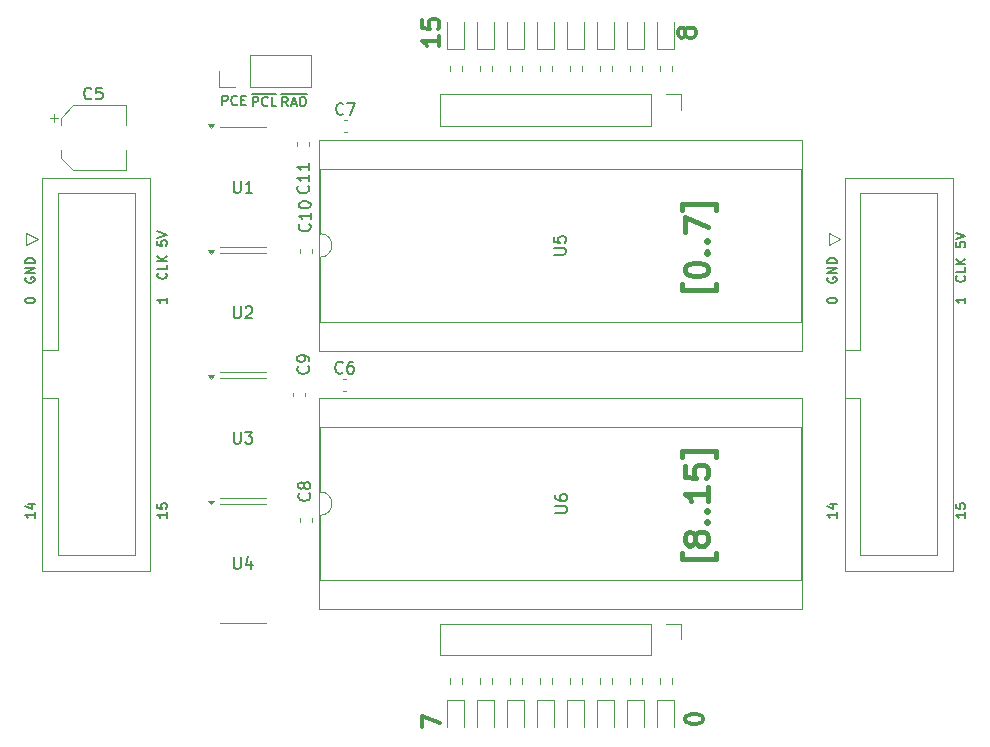
<source format=gto>
%TF.GenerationSoftware,KiCad,Pcbnew,8.0.7*%
%TF.CreationDate,2025-02-11T17:28:11+05:30*%
%TF.ProjectId,Program Counter,50726f67-7261-46d2-9043-6f756e746572,rev?*%
%TF.SameCoordinates,Original*%
%TF.FileFunction,Legend,Top*%
%TF.FilePolarity,Positive*%
%FSLAX46Y46*%
G04 Gerber Fmt 4.6, Leading zero omitted, Abs format (unit mm)*
G04 Created by KiCad (PCBNEW 8.0.7) date 2025-02-11 17:28:11*
%MOMM*%
%LPD*%
G01*
G04 APERTURE LIST*
%ADD10C,0.400000*%
%ADD11C,0.300000*%
%ADD12C,0.200000*%
%ADD13C,0.150000*%
%ADD14C,0.120000*%
G04 APERTURE END LIST*
D10*
X153189104Y-70249699D02*
X153189104Y-70725890D01*
X153189104Y-70725890D02*
X150331961Y-70725890D01*
X150331961Y-70725890D02*
X150331961Y-70249699D01*
X150522438Y-69106843D02*
X150522438Y-68916366D01*
X150522438Y-68916366D02*
X150617676Y-68725890D01*
X150617676Y-68725890D02*
X150712914Y-68630652D01*
X150712914Y-68630652D02*
X150903390Y-68535414D01*
X150903390Y-68535414D02*
X151284342Y-68440176D01*
X151284342Y-68440176D02*
X151760533Y-68440176D01*
X151760533Y-68440176D02*
X152141485Y-68535414D01*
X152141485Y-68535414D02*
X152331961Y-68630652D01*
X152331961Y-68630652D02*
X152427200Y-68725890D01*
X152427200Y-68725890D02*
X152522438Y-68916366D01*
X152522438Y-68916366D02*
X152522438Y-69106843D01*
X152522438Y-69106843D02*
X152427200Y-69297319D01*
X152427200Y-69297319D02*
X152331961Y-69392557D01*
X152331961Y-69392557D02*
X152141485Y-69487795D01*
X152141485Y-69487795D02*
X151760533Y-69583033D01*
X151760533Y-69583033D02*
X151284342Y-69583033D01*
X151284342Y-69583033D02*
X150903390Y-69487795D01*
X150903390Y-69487795D02*
X150712914Y-69392557D01*
X150712914Y-69392557D02*
X150617676Y-69297319D01*
X150617676Y-69297319D02*
X150522438Y-69106843D01*
X152331961Y-67583033D02*
X152427200Y-67487795D01*
X152427200Y-67487795D02*
X152522438Y-67583033D01*
X152522438Y-67583033D02*
X152427200Y-67678271D01*
X152427200Y-67678271D02*
X152331961Y-67583033D01*
X152331961Y-67583033D02*
X152522438Y-67583033D01*
X152331961Y-66630652D02*
X152427200Y-66535414D01*
X152427200Y-66535414D02*
X152522438Y-66630652D01*
X152522438Y-66630652D02*
X152427200Y-66725890D01*
X152427200Y-66725890D02*
X152331961Y-66630652D01*
X152331961Y-66630652D02*
X152522438Y-66630652D01*
X150522438Y-65868747D02*
X150522438Y-64535414D01*
X150522438Y-64535414D02*
X152522438Y-65392557D01*
X153189104Y-63963985D02*
X153189104Y-63487795D01*
X153189104Y-63487795D02*
X150331961Y-63487795D01*
X150331961Y-63487795D02*
X150331961Y-63963985D01*
D11*
X150593685Y-49107989D02*
X150522257Y-49250846D01*
X150522257Y-49250846D02*
X150450828Y-49322275D01*
X150450828Y-49322275D02*
X150307971Y-49393703D01*
X150307971Y-49393703D02*
X150236542Y-49393703D01*
X150236542Y-49393703D02*
X150093685Y-49322275D01*
X150093685Y-49322275D02*
X150022257Y-49250846D01*
X150022257Y-49250846D02*
X149950828Y-49107989D01*
X149950828Y-49107989D02*
X149950828Y-48822275D01*
X149950828Y-48822275D02*
X150022257Y-48679418D01*
X150022257Y-48679418D02*
X150093685Y-48607989D01*
X150093685Y-48607989D02*
X150236542Y-48536560D01*
X150236542Y-48536560D02*
X150307971Y-48536560D01*
X150307971Y-48536560D02*
X150450828Y-48607989D01*
X150450828Y-48607989D02*
X150522257Y-48679418D01*
X150522257Y-48679418D02*
X150593685Y-48822275D01*
X150593685Y-48822275D02*
X150593685Y-49107989D01*
X150593685Y-49107989D02*
X150665114Y-49250846D01*
X150665114Y-49250846D02*
X150736542Y-49322275D01*
X150736542Y-49322275D02*
X150879400Y-49393703D01*
X150879400Y-49393703D02*
X151165114Y-49393703D01*
X151165114Y-49393703D02*
X151307971Y-49322275D01*
X151307971Y-49322275D02*
X151379400Y-49250846D01*
X151379400Y-49250846D02*
X151450828Y-49107989D01*
X151450828Y-49107989D02*
X151450828Y-48822275D01*
X151450828Y-48822275D02*
X151379400Y-48679418D01*
X151379400Y-48679418D02*
X151307971Y-48607989D01*
X151307971Y-48607989D02*
X151165114Y-48536560D01*
X151165114Y-48536560D02*
X150879400Y-48536560D01*
X150879400Y-48536560D02*
X150736542Y-48607989D01*
X150736542Y-48607989D02*
X150665114Y-48679418D01*
X150665114Y-48679418D02*
X150593685Y-48822275D01*
D12*
X174291695Y-89560803D02*
X174291695Y-90017946D01*
X174291695Y-89789374D02*
X173491695Y-89789374D01*
X173491695Y-89789374D02*
X173605980Y-89865565D01*
X173605980Y-89865565D02*
X173682171Y-89941755D01*
X173682171Y-89941755D02*
X173720266Y-90017946D01*
X173491695Y-88836993D02*
X173491695Y-89217945D01*
X173491695Y-89217945D02*
X173872647Y-89256041D01*
X173872647Y-89256041D02*
X173834552Y-89217945D01*
X173834552Y-89217945D02*
X173796457Y-89141755D01*
X173796457Y-89141755D02*
X173796457Y-88951279D01*
X173796457Y-88951279D02*
X173834552Y-88875088D01*
X173834552Y-88875088D02*
X173872647Y-88836993D01*
X173872647Y-88836993D02*
X173948838Y-88798898D01*
X173948838Y-88798898D02*
X174139314Y-88798898D01*
X174139314Y-88798898D02*
X174215504Y-88836993D01*
X174215504Y-88836993D02*
X174253600Y-88875088D01*
X174253600Y-88875088D02*
X174291695Y-88951279D01*
X174291695Y-88951279D02*
X174291695Y-89141755D01*
X174291695Y-89141755D02*
X174253600Y-89217945D01*
X174253600Y-89217945D02*
X174215504Y-89256041D01*
X163391695Y-89560803D02*
X163391695Y-90017946D01*
X163391695Y-89789374D02*
X162591695Y-89789374D01*
X162591695Y-89789374D02*
X162705980Y-89865565D01*
X162705980Y-89865565D02*
X162782171Y-89941755D01*
X162782171Y-89941755D02*
X162820266Y-90017946D01*
X162858361Y-88875088D02*
X163391695Y-88875088D01*
X162553600Y-89065564D02*
X163125028Y-89256041D01*
X163125028Y-89256041D02*
X163125028Y-88760802D01*
D11*
X128285828Y-107790132D02*
X128285828Y-106790132D01*
X128285828Y-106790132D02*
X129785828Y-107432989D01*
D12*
X94691695Y-71666517D02*
X94691695Y-71590327D01*
X94691695Y-71590327D02*
X94729790Y-71514136D01*
X94729790Y-71514136D02*
X94767885Y-71476041D01*
X94767885Y-71476041D02*
X94844076Y-71437946D01*
X94844076Y-71437946D02*
X94996457Y-71399851D01*
X94996457Y-71399851D02*
X95186933Y-71399851D01*
X95186933Y-71399851D02*
X95339314Y-71437946D01*
X95339314Y-71437946D02*
X95415504Y-71476041D01*
X95415504Y-71476041D02*
X95453600Y-71514136D01*
X95453600Y-71514136D02*
X95491695Y-71590327D01*
X95491695Y-71590327D02*
X95491695Y-71666517D01*
X95491695Y-71666517D02*
X95453600Y-71742708D01*
X95453600Y-71742708D02*
X95415504Y-71780803D01*
X95415504Y-71780803D02*
X95339314Y-71818898D01*
X95339314Y-71818898D02*
X95186933Y-71856994D01*
X95186933Y-71856994D02*
X94996457Y-71856994D01*
X94996457Y-71856994D02*
X94844076Y-71818898D01*
X94844076Y-71818898D02*
X94767885Y-71780803D01*
X94767885Y-71780803D02*
X94729790Y-71742708D01*
X94729790Y-71742708D02*
X94691695Y-71666517D01*
X113968245Y-55203740D02*
X113968245Y-54403740D01*
X113968245Y-54403740D02*
X114273007Y-54403740D01*
X114273007Y-54403740D02*
X114349197Y-54441835D01*
X114349197Y-54441835D02*
X114387292Y-54479930D01*
X114387292Y-54479930D02*
X114425388Y-54556121D01*
X114425388Y-54556121D02*
X114425388Y-54670406D01*
X114425388Y-54670406D02*
X114387292Y-54746597D01*
X114387292Y-54746597D02*
X114349197Y-54784692D01*
X114349197Y-54784692D02*
X114273007Y-54822787D01*
X114273007Y-54822787D02*
X113968245Y-54822787D01*
X115225388Y-55127549D02*
X115187292Y-55165645D01*
X115187292Y-55165645D02*
X115073007Y-55203740D01*
X115073007Y-55203740D02*
X114996816Y-55203740D01*
X114996816Y-55203740D02*
X114882530Y-55165645D01*
X114882530Y-55165645D02*
X114806340Y-55089454D01*
X114806340Y-55089454D02*
X114768245Y-55013264D01*
X114768245Y-55013264D02*
X114730149Y-54860883D01*
X114730149Y-54860883D02*
X114730149Y-54746597D01*
X114730149Y-54746597D02*
X114768245Y-54594216D01*
X114768245Y-54594216D02*
X114806340Y-54518025D01*
X114806340Y-54518025D02*
X114882530Y-54441835D01*
X114882530Y-54441835D02*
X114996816Y-54403740D01*
X114996816Y-54403740D02*
X115073007Y-54403740D01*
X115073007Y-54403740D02*
X115187292Y-54441835D01*
X115187292Y-54441835D02*
X115225388Y-54479930D01*
X115949197Y-55203740D02*
X115568245Y-55203740D01*
X115568245Y-55203740D02*
X115568245Y-54403740D01*
X113857769Y-54181645D02*
X115945388Y-54181645D01*
X94729790Y-69697946D02*
X94691695Y-69774136D01*
X94691695Y-69774136D02*
X94691695Y-69888422D01*
X94691695Y-69888422D02*
X94729790Y-70002708D01*
X94729790Y-70002708D02*
X94805980Y-70078898D01*
X94805980Y-70078898D02*
X94882171Y-70116993D01*
X94882171Y-70116993D02*
X95034552Y-70155089D01*
X95034552Y-70155089D02*
X95148838Y-70155089D01*
X95148838Y-70155089D02*
X95301219Y-70116993D01*
X95301219Y-70116993D02*
X95377409Y-70078898D01*
X95377409Y-70078898D02*
X95453600Y-70002708D01*
X95453600Y-70002708D02*
X95491695Y-69888422D01*
X95491695Y-69888422D02*
X95491695Y-69812231D01*
X95491695Y-69812231D02*
X95453600Y-69697946D01*
X95453600Y-69697946D02*
X95415504Y-69659850D01*
X95415504Y-69659850D02*
X95148838Y-69659850D01*
X95148838Y-69659850D02*
X95148838Y-69812231D01*
X95491695Y-69316993D02*
X94691695Y-69316993D01*
X94691695Y-69316993D02*
X95491695Y-68859850D01*
X95491695Y-68859850D02*
X94691695Y-68859850D01*
X95491695Y-68478898D02*
X94691695Y-68478898D01*
X94691695Y-68478898D02*
X94691695Y-68288422D01*
X94691695Y-68288422D02*
X94729790Y-68174136D01*
X94729790Y-68174136D02*
X94805980Y-68097946D01*
X94805980Y-68097946D02*
X94882171Y-68059851D01*
X94882171Y-68059851D02*
X95034552Y-68021755D01*
X95034552Y-68021755D02*
X95148838Y-68021755D01*
X95148838Y-68021755D02*
X95301219Y-68059851D01*
X95301219Y-68059851D02*
X95377409Y-68097946D01*
X95377409Y-68097946D02*
X95453600Y-68174136D01*
X95453600Y-68174136D02*
X95491695Y-68288422D01*
X95491695Y-68288422D02*
X95491695Y-68478898D01*
X95491695Y-89560803D02*
X95491695Y-90017946D01*
X95491695Y-89789374D02*
X94691695Y-89789374D01*
X94691695Y-89789374D02*
X94805980Y-89865565D01*
X94805980Y-89865565D02*
X94882171Y-89941755D01*
X94882171Y-89941755D02*
X94920266Y-90017946D01*
X94958361Y-88875088D02*
X95491695Y-88875088D01*
X94653600Y-89065564D02*
X95225028Y-89256041D01*
X95225028Y-89256041D02*
X95225028Y-88760802D01*
X173491695Y-66700803D02*
X173491695Y-67081755D01*
X173491695Y-67081755D02*
X173872647Y-67119851D01*
X173872647Y-67119851D02*
X173834552Y-67081755D01*
X173834552Y-67081755D02*
X173796457Y-67005565D01*
X173796457Y-67005565D02*
X173796457Y-66815089D01*
X173796457Y-66815089D02*
X173834552Y-66738898D01*
X173834552Y-66738898D02*
X173872647Y-66700803D01*
X173872647Y-66700803D02*
X173948838Y-66662708D01*
X173948838Y-66662708D02*
X174139314Y-66662708D01*
X174139314Y-66662708D02*
X174215504Y-66700803D01*
X174215504Y-66700803D02*
X174253600Y-66738898D01*
X174253600Y-66738898D02*
X174291695Y-66815089D01*
X174291695Y-66815089D02*
X174291695Y-67005565D01*
X174291695Y-67005565D02*
X174253600Y-67081755D01*
X174253600Y-67081755D02*
X174215504Y-67119851D01*
X173491695Y-66434136D02*
X174291695Y-66167469D01*
X174291695Y-66167469D02*
X173491695Y-65900803D01*
D11*
X150595828Y-107146560D02*
X150595828Y-107003703D01*
X150595828Y-107003703D02*
X150667257Y-106860846D01*
X150667257Y-106860846D02*
X150738685Y-106789418D01*
X150738685Y-106789418D02*
X150881542Y-106717989D01*
X150881542Y-106717989D02*
X151167257Y-106646560D01*
X151167257Y-106646560D02*
X151524400Y-106646560D01*
X151524400Y-106646560D02*
X151810114Y-106717989D01*
X151810114Y-106717989D02*
X151952971Y-106789418D01*
X151952971Y-106789418D02*
X152024400Y-106860846D01*
X152024400Y-106860846D02*
X152095828Y-107003703D01*
X152095828Y-107003703D02*
X152095828Y-107146560D01*
X152095828Y-107146560D02*
X152024400Y-107289418D01*
X152024400Y-107289418D02*
X151952971Y-107360846D01*
X151952971Y-107360846D02*
X151810114Y-107432275D01*
X151810114Y-107432275D02*
X151524400Y-107503703D01*
X151524400Y-107503703D02*
X151167257Y-107503703D01*
X151167257Y-107503703D02*
X150881542Y-107432275D01*
X150881542Y-107432275D02*
X150738685Y-107360846D01*
X150738685Y-107360846D02*
X150667257Y-107289418D01*
X150667257Y-107289418D02*
X150595828Y-107146560D01*
D12*
X106691695Y-71399851D02*
X106691695Y-71856994D01*
X106691695Y-71628422D02*
X105891695Y-71628422D01*
X105891695Y-71628422D02*
X106005980Y-71704613D01*
X106005980Y-71704613D02*
X106082171Y-71780803D01*
X106082171Y-71780803D02*
X106120266Y-71856994D01*
X105891695Y-66596993D02*
X105891695Y-66977945D01*
X105891695Y-66977945D02*
X106272647Y-67016041D01*
X106272647Y-67016041D02*
X106234552Y-66977945D01*
X106234552Y-66977945D02*
X106196457Y-66901755D01*
X106196457Y-66901755D02*
X106196457Y-66711279D01*
X106196457Y-66711279D02*
X106234552Y-66635088D01*
X106234552Y-66635088D02*
X106272647Y-66596993D01*
X106272647Y-66596993D02*
X106348838Y-66558898D01*
X106348838Y-66558898D02*
X106539314Y-66558898D01*
X106539314Y-66558898D02*
X106615504Y-66596993D01*
X106615504Y-66596993D02*
X106653600Y-66635088D01*
X106653600Y-66635088D02*
X106691695Y-66711279D01*
X106691695Y-66711279D02*
X106691695Y-66901755D01*
X106691695Y-66901755D02*
X106653600Y-66977945D01*
X106653600Y-66977945D02*
X106615504Y-67016041D01*
X105891695Y-66330326D02*
X106691695Y-66063659D01*
X106691695Y-66063659D02*
X105891695Y-65796993D01*
X162591695Y-71666517D02*
X162591695Y-71590327D01*
X162591695Y-71590327D02*
X162629790Y-71514136D01*
X162629790Y-71514136D02*
X162667885Y-71476041D01*
X162667885Y-71476041D02*
X162744076Y-71437946D01*
X162744076Y-71437946D02*
X162896457Y-71399851D01*
X162896457Y-71399851D02*
X163086933Y-71399851D01*
X163086933Y-71399851D02*
X163239314Y-71437946D01*
X163239314Y-71437946D02*
X163315504Y-71476041D01*
X163315504Y-71476041D02*
X163353600Y-71514136D01*
X163353600Y-71514136D02*
X163391695Y-71590327D01*
X163391695Y-71590327D02*
X163391695Y-71666517D01*
X163391695Y-71666517D02*
X163353600Y-71742708D01*
X163353600Y-71742708D02*
X163315504Y-71780803D01*
X163315504Y-71780803D02*
X163239314Y-71818898D01*
X163239314Y-71818898D02*
X163086933Y-71856994D01*
X163086933Y-71856994D02*
X162896457Y-71856994D01*
X162896457Y-71856994D02*
X162744076Y-71818898D01*
X162744076Y-71818898D02*
X162667885Y-71780803D01*
X162667885Y-71780803D02*
X162629790Y-71742708D01*
X162629790Y-71742708D02*
X162591695Y-71666517D01*
X174291695Y-71399851D02*
X174291695Y-71856994D01*
X174291695Y-71628422D02*
X173491695Y-71628422D01*
X173491695Y-71628422D02*
X173605980Y-71704613D01*
X173605980Y-71704613D02*
X173682171Y-71780803D01*
X173682171Y-71780803D02*
X173720266Y-71856994D01*
X106615504Y-69320802D02*
X106653600Y-69358898D01*
X106653600Y-69358898D02*
X106691695Y-69473183D01*
X106691695Y-69473183D02*
X106691695Y-69549374D01*
X106691695Y-69549374D02*
X106653600Y-69663660D01*
X106653600Y-69663660D02*
X106577409Y-69739850D01*
X106577409Y-69739850D02*
X106501219Y-69777945D01*
X106501219Y-69777945D02*
X106348838Y-69816041D01*
X106348838Y-69816041D02*
X106234552Y-69816041D01*
X106234552Y-69816041D02*
X106082171Y-69777945D01*
X106082171Y-69777945D02*
X106005980Y-69739850D01*
X106005980Y-69739850D02*
X105929790Y-69663660D01*
X105929790Y-69663660D02*
X105891695Y-69549374D01*
X105891695Y-69549374D02*
X105891695Y-69473183D01*
X105891695Y-69473183D02*
X105929790Y-69358898D01*
X105929790Y-69358898D02*
X105967885Y-69320802D01*
X106691695Y-68596993D02*
X106691695Y-68977945D01*
X106691695Y-68977945D02*
X105891695Y-68977945D01*
X106691695Y-68330326D02*
X105891695Y-68330326D01*
X106691695Y-67873183D02*
X106234552Y-68216041D01*
X105891695Y-67873183D02*
X106348838Y-68330326D01*
D11*
X129765828Y-49250845D02*
X129765828Y-50107988D01*
X129765828Y-49679417D02*
X128265828Y-49679417D01*
X128265828Y-49679417D02*
X128480114Y-49822274D01*
X128480114Y-49822274D02*
X128622971Y-49965131D01*
X128622971Y-49965131D02*
X128694400Y-50107988D01*
X128265828Y-47893703D02*
X128265828Y-48607989D01*
X128265828Y-48607989D02*
X128980114Y-48679417D01*
X128980114Y-48679417D02*
X128908685Y-48607989D01*
X128908685Y-48607989D02*
X128837257Y-48465132D01*
X128837257Y-48465132D02*
X128837257Y-48107989D01*
X128837257Y-48107989D02*
X128908685Y-47965132D01*
X128908685Y-47965132D02*
X128980114Y-47893703D01*
X128980114Y-47893703D02*
X129122971Y-47822274D01*
X129122971Y-47822274D02*
X129480114Y-47822274D01*
X129480114Y-47822274D02*
X129622971Y-47893703D01*
X129622971Y-47893703D02*
X129694400Y-47965132D01*
X129694400Y-47965132D02*
X129765828Y-48107989D01*
X129765828Y-48107989D02*
X129765828Y-48465132D01*
X129765828Y-48465132D02*
X129694400Y-48607989D01*
X129694400Y-48607989D02*
X129622971Y-48679417D01*
D12*
X116927293Y-55208362D02*
X116660626Y-54827409D01*
X116470150Y-55208362D02*
X116470150Y-54408362D01*
X116470150Y-54408362D02*
X116774912Y-54408362D01*
X116774912Y-54408362D02*
X116851102Y-54446457D01*
X116851102Y-54446457D02*
X116889197Y-54484552D01*
X116889197Y-54484552D02*
X116927293Y-54560743D01*
X116927293Y-54560743D02*
X116927293Y-54675028D01*
X116927293Y-54675028D02*
X116889197Y-54751219D01*
X116889197Y-54751219D02*
X116851102Y-54789314D01*
X116851102Y-54789314D02*
X116774912Y-54827409D01*
X116774912Y-54827409D02*
X116470150Y-54827409D01*
X117232054Y-54979790D02*
X117613007Y-54979790D01*
X117155864Y-55208362D02*
X117422531Y-54408362D01*
X117422531Y-54408362D02*
X117689197Y-55208362D01*
X118108245Y-54408362D02*
X118260626Y-54408362D01*
X118260626Y-54408362D02*
X118336816Y-54446457D01*
X118336816Y-54446457D02*
X118413007Y-54522647D01*
X118413007Y-54522647D02*
X118451102Y-54675028D01*
X118451102Y-54675028D02*
X118451102Y-54941695D01*
X118451102Y-54941695D02*
X118413007Y-55094076D01*
X118413007Y-55094076D02*
X118336816Y-55170267D01*
X118336816Y-55170267D02*
X118260626Y-55208362D01*
X118260626Y-55208362D02*
X118108245Y-55208362D01*
X118108245Y-55208362D02*
X118032054Y-55170267D01*
X118032054Y-55170267D02*
X117955864Y-55094076D01*
X117955864Y-55094076D02*
X117917768Y-54941695D01*
X117917768Y-54941695D02*
X117917768Y-54675028D01*
X117917768Y-54675028D02*
X117955864Y-54522647D01*
X117955864Y-54522647D02*
X118032054Y-54446457D01*
X118032054Y-54446457D02*
X118108245Y-54408362D01*
X116359674Y-54186267D02*
X118523483Y-54186267D01*
D10*
X153189104Y-93062080D02*
X153189104Y-93538271D01*
X153189104Y-93538271D02*
X150331961Y-93538271D01*
X150331961Y-93538271D02*
X150331961Y-93062080D01*
X151379580Y-92014462D02*
X151284342Y-92204938D01*
X151284342Y-92204938D02*
X151189104Y-92300176D01*
X151189104Y-92300176D02*
X150998628Y-92395414D01*
X150998628Y-92395414D02*
X150903390Y-92395414D01*
X150903390Y-92395414D02*
X150712914Y-92300176D01*
X150712914Y-92300176D02*
X150617676Y-92204938D01*
X150617676Y-92204938D02*
X150522438Y-92014462D01*
X150522438Y-92014462D02*
X150522438Y-91633509D01*
X150522438Y-91633509D02*
X150617676Y-91443033D01*
X150617676Y-91443033D02*
X150712914Y-91347795D01*
X150712914Y-91347795D02*
X150903390Y-91252557D01*
X150903390Y-91252557D02*
X150998628Y-91252557D01*
X150998628Y-91252557D02*
X151189104Y-91347795D01*
X151189104Y-91347795D02*
X151284342Y-91443033D01*
X151284342Y-91443033D02*
X151379580Y-91633509D01*
X151379580Y-91633509D02*
X151379580Y-92014462D01*
X151379580Y-92014462D02*
X151474819Y-92204938D01*
X151474819Y-92204938D02*
X151570057Y-92300176D01*
X151570057Y-92300176D02*
X151760533Y-92395414D01*
X151760533Y-92395414D02*
X152141485Y-92395414D01*
X152141485Y-92395414D02*
X152331961Y-92300176D01*
X152331961Y-92300176D02*
X152427200Y-92204938D01*
X152427200Y-92204938D02*
X152522438Y-92014462D01*
X152522438Y-92014462D02*
X152522438Y-91633509D01*
X152522438Y-91633509D02*
X152427200Y-91443033D01*
X152427200Y-91443033D02*
X152331961Y-91347795D01*
X152331961Y-91347795D02*
X152141485Y-91252557D01*
X152141485Y-91252557D02*
X151760533Y-91252557D01*
X151760533Y-91252557D02*
X151570057Y-91347795D01*
X151570057Y-91347795D02*
X151474819Y-91443033D01*
X151474819Y-91443033D02*
X151379580Y-91633509D01*
X152331961Y-90395414D02*
X152427200Y-90300176D01*
X152427200Y-90300176D02*
X152522438Y-90395414D01*
X152522438Y-90395414D02*
X152427200Y-90490652D01*
X152427200Y-90490652D02*
X152331961Y-90395414D01*
X152331961Y-90395414D02*
X152522438Y-90395414D01*
X152331961Y-89443033D02*
X152427200Y-89347795D01*
X152427200Y-89347795D02*
X152522438Y-89443033D01*
X152522438Y-89443033D02*
X152427200Y-89538271D01*
X152427200Y-89538271D02*
X152331961Y-89443033D01*
X152331961Y-89443033D02*
X152522438Y-89443033D01*
X152522438Y-87443033D02*
X152522438Y-88585890D01*
X152522438Y-88014462D02*
X150522438Y-88014462D01*
X150522438Y-88014462D02*
X150808152Y-88204938D01*
X150808152Y-88204938D02*
X150998628Y-88395414D01*
X150998628Y-88395414D02*
X151093866Y-88585890D01*
X150522438Y-85633509D02*
X150522438Y-86585890D01*
X150522438Y-86585890D02*
X151474819Y-86681128D01*
X151474819Y-86681128D02*
X151379580Y-86585890D01*
X151379580Y-86585890D02*
X151284342Y-86395414D01*
X151284342Y-86395414D02*
X151284342Y-85919223D01*
X151284342Y-85919223D02*
X151379580Y-85728747D01*
X151379580Y-85728747D02*
X151474819Y-85633509D01*
X151474819Y-85633509D02*
X151665295Y-85538271D01*
X151665295Y-85538271D02*
X152141485Y-85538271D01*
X152141485Y-85538271D02*
X152331961Y-85633509D01*
X152331961Y-85633509D02*
X152427200Y-85728747D01*
X152427200Y-85728747D02*
X152522438Y-85919223D01*
X152522438Y-85919223D02*
X152522438Y-86395414D01*
X152522438Y-86395414D02*
X152427200Y-86585890D01*
X152427200Y-86585890D02*
X152331961Y-86681128D01*
X153189104Y-84871604D02*
X153189104Y-84395414D01*
X153189104Y-84395414D02*
X150331961Y-84395414D01*
X150331961Y-84395414D02*
X150331961Y-84871604D01*
D12*
X111390149Y-55091695D02*
X111390149Y-54291695D01*
X111390149Y-54291695D02*
X111694911Y-54291695D01*
X111694911Y-54291695D02*
X111771101Y-54329790D01*
X111771101Y-54329790D02*
X111809196Y-54367885D01*
X111809196Y-54367885D02*
X111847292Y-54444076D01*
X111847292Y-54444076D02*
X111847292Y-54558361D01*
X111847292Y-54558361D02*
X111809196Y-54634552D01*
X111809196Y-54634552D02*
X111771101Y-54672647D01*
X111771101Y-54672647D02*
X111694911Y-54710742D01*
X111694911Y-54710742D02*
X111390149Y-54710742D01*
X112647292Y-55015504D02*
X112609196Y-55053600D01*
X112609196Y-55053600D02*
X112494911Y-55091695D01*
X112494911Y-55091695D02*
X112418720Y-55091695D01*
X112418720Y-55091695D02*
X112304434Y-55053600D01*
X112304434Y-55053600D02*
X112228244Y-54977409D01*
X112228244Y-54977409D02*
X112190149Y-54901219D01*
X112190149Y-54901219D02*
X112152053Y-54748838D01*
X112152053Y-54748838D02*
X112152053Y-54634552D01*
X112152053Y-54634552D02*
X112190149Y-54482171D01*
X112190149Y-54482171D02*
X112228244Y-54405980D01*
X112228244Y-54405980D02*
X112304434Y-54329790D01*
X112304434Y-54329790D02*
X112418720Y-54291695D01*
X112418720Y-54291695D02*
X112494911Y-54291695D01*
X112494911Y-54291695D02*
X112609196Y-54329790D01*
X112609196Y-54329790D02*
X112647292Y-54367885D01*
X112990149Y-54672647D02*
X113256815Y-54672647D01*
X113371101Y-55091695D02*
X112990149Y-55091695D01*
X112990149Y-55091695D02*
X112990149Y-54291695D01*
X112990149Y-54291695D02*
X113371101Y-54291695D01*
X106691695Y-89560803D02*
X106691695Y-90017946D01*
X106691695Y-89789374D02*
X105891695Y-89789374D01*
X105891695Y-89789374D02*
X106005980Y-89865565D01*
X106005980Y-89865565D02*
X106082171Y-89941755D01*
X106082171Y-89941755D02*
X106120266Y-90017946D01*
X105891695Y-88836993D02*
X105891695Y-89217945D01*
X105891695Y-89217945D02*
X106272647Y-89256041D01*
X106272647Y-89256041D02*
X106234552Y-89217945D01*
X106234552Y-89217945D02*
X106196457Y-89141755D01*
X106196457Y-89141755D02*
X106196457Y-88951279D01*
X106196457Y-88951279D02*
X106234552Y-88875088D01*
X106234552Y-88875088D02*
X106272647Y-88836993D01*
X106272647Y-88836993D02*
X106348838Y-88798898D01*
X106348838Y-88798898D02*
X106539314Y-88798898D01*
X106539314Y-88798898D02*
X106615504Y-88836993D01*
X106615504Y-88836993D02*
X106653600Y-88875088D01*
X106653600Y-88875088D02*
X106691695Y-88951279D01*
X106691695Y-88951279D02*
X106691695Y-89141755D01*
X106691695Y-89141755D02*
X106653600Y-89217945D01*
X106653600Y-89217945D02*
X106615504Y-89256041D01*
X174215504Y-69564612D02*
X174253600Y-69602708D01*
X174253600Y-69602708D02*
X174291695Y-69716993D01*
X174291695Y-69716993D02*
X174291695Y-69793184D01*
X174291695Y-69793184D02*
X174253600Y-69907470D01*
X174253600Y-69907470D02*
X174177409Y-69983660D01*
X174177409Y-69983660D02*
X174101219Y-70021755D01*
X174101219Y-70021755D02*
X173948838Y-70059851D01*
X173948838Y-70059851D02*
X173834552Y-70059851D01*
X173834552Y-70059851D02*
X173682171Y-70021755D01*
X173682171Y-70021755D02*
X173605980Y-69983660D01*
X173605980Y-69983660D02*
X173529790Y-69907470D01*
X173529790Y-69907470D02*
X173491695Y-69793184D01*
X173491695Y-69793184D02*
X173491695Y-69716993D01*
X173491695Y-69716993D02*
X173529790Y-69602708D01*
X173529790Y-69602708D02*
X173567885Y-69564612D01*
X174291695Y-68840803D02*
X174291695Y-69221755D01*
X174291695Y-69221755D02*
X173491695Y-69221755D01*
X174291695Y-68574136D02*
X173491695Y-68574136D01*
X174291695Y-68116993D02*
X173834552Y-68459851D01*
X173491695Y-68116993D02*
X173948838Y-68574136D01*
X162629790Y-69697946D02*
X162591695Y-69774136D01*
X162591695Y-69774136D02*
X162591695Y-69888422D01*
X162591695Y-69888422D02*
X162629790Y-70002708D01*
X162629790Y-70002708D02*
X162705980Y-70078898D01*
X162705980Y-70078898D02*
X162782171Y-70116993D01*
X162782171Y-70116993D02*
X162934552Y-70155089D01*
X162934552Y-70155089D02*
X163048838Y-70155089D01*
X163048838Y-70155089D02*
X163201219Y-70116993D01*
X163201219Y-70116993D02*
X163277409Y-70078898D01*
X163277409Y-70078898D02*
X163353600Y-70002708D01*
X163353600Y-70002708D02*
X163391695Y-69888422D01*
X163391695Y-69888422D02*
X163391695Y-69812231D01*
X163391695Y-69812231D02*
X163353600Y-69697946D01*
X163353600Y-69697946D02*
X163315504Y-69659850D01*
X163315504Y-69659850D02*
X163048838Y-69659850D01*
X163048838Y-69659850D02*
X163048838Y-69812231D01*
X163391695Y-69316993D02*
X162591695Y-69316993D01*
X162591695Y-69316993D02*
X163391695Y-68859850D01*
X163391695Y-68859850D02*
X162591695Y-68859850D01*
X163391695Y-68478898D02*
X162591695Y-68478898D01*
X162591695Y-68478898D02*
X162591695Y-68288422D01*
X162591695Y-68288422D02*
X162629790Y-68174136D01*
X162629790Y-68174136D02*
X162705980Y-68097946D01*
X162705980Y-68097946D02*
X162782171Y-68059851D01*
X162782171Y-68059851D02*
X162934552Y-68021755D01*
X162934552Y-68021755D02*
X163048838Y-68021755D01*
X163048838Y-68021755D02*
X163201219Y-68059851D01*
X163201219Y-68059851D02*
X163277409Y-68097946D01*
X163277409Y-68097946D02*
X163353600Y-68174136D01*
X163353600Y-68174136D02*
X163391695Y-68288422D01*
X163391695Y-68288422D02*
X163391695Y-68478898D01*
D13*
X100283333Y-54529580D02*
X100235714Y-54577200D01*
X100235714Y-54577200D02*
X100092857Y-54624819D01*
X100092857Y-54624819D02*
X99997619Y-54624819D01*
X99997619Y-54624819D02*
X99854762Y-54577200D01*
X99854762Y-54577200D02*
X99759524Y-54481961D01*
X99759524Y-54481961D02*
X99711905Y-54386723D01*
X99711905Y-54386723D02*
X99664286Y-54196247D01*
X99664286Y-54196247D02*
X99664286Y-54053390D01*
X99664286Y-54053390D02*
X99711905Y-53862914D01*
X99711905Y-53862914D02*
X99759524Y-53767676D01*
X99759524Y-53767676D02*
X99854762Y-53672438D01*
X99854762Y-53672438D02*
X99997619Y-53624819D01*
X99997619Y-53624819D02*
X100092857Y-53624819D01*
X100092857Y-53624819D02*
X100235714Y-53672438D01*
X100235714Y-53672438D02*
X100283333Y-53720057D01*
X101188095Y-53624819D02*
X100711905Y-53624819D01*
X100711905Y-53624819D02*
X100664286Y-54101009D01*
X100664286Y-54101009D02*
X100711905Y-54053390D01*
X100711905Y-54053390D02*
X100807143Y-54005771D01*
X100807143Y-54005771D02*
X101045238Y-54005771D01*
X101045238Y-54005771D02*
X101140476Y-54053390D01*
X101140476Y-54053390D02*
X101188095Y-54101009D01*
X101188095Y-54101009D02*
X101235714Y-54196247D01*
X101235714Y-54196247D02*
X101235714Y-54434342D01*
X101235714Y-54434342D02*
X101188095Y-54529580D01*
X101188095Y-54529580D02*
X101140476Y-54577200D01*
X101140476Y-54577200D02*
X101045238Y-54624819D01*
X101045238Y-54624819D02*
X100807143Y-54624819D01*
X100807143Y-54624819D02*
X100711905Y-54577200D01*
X100711905Y-54577200D02*
X100664286Y-54529580D01*
X121633333Y-55829580D02*
X121585714Y-55877200D01*
X121585714Y-55877200D02*
X121442857Y-55924819D01*
X121442857Y-55924819D02*
X121347619Y-55924819D01*
X121347619Y-55924819D02*
X121204762Y-55877200D01*
X121204762Y-55877200D02*
X121109524Y-55781961D01*
X121109524Y-55781961D02*
X121061905Y-55686723D01*
X121061905Y-55686723D02*
X121014286Y-55496247D01*
X121014286Y-55496247D02*
X121014286Y-55353390D01*
X121014286Y-55353390D02*
X121061905Y-55162914D01*
X121061905Y-55162914D02*
X121109524Y-55067676D01*
X121109524Y-55067676D02*
X121204762Y-54972438D01*
X121204762Y-54972438D02*
X121347619Y-54924819D01*
X121347619Y-54924819D02*
X121442857Y-54924819D01*
X121442857Y-54924819D02*
X121585714Y-54972438D01*
X121585714Y-54972438D02*
X121633333Y-55020057D01*
X121966667Y-54924819D02*
X122633333Y-54924819D01*
X122633333Y-54924819D02*
X122204762Y-55924819D01*
X118629580Y-61932857D02*
X118677200Y-61980476D01*
X118677200Y-61980476D02*
X118724819Y-62123333D01*
X118724819Y-62123333D02*
X118724819Y-62218571D01*
X118724819Y-62218571D02*
X118677200Y-62361428D01*
X118677200Y-62361428D02*
X118581961Y-62456666D01*
X118581961Y-62456666D02*
X118486723Y-62504285D01*
X118486723Y-62504285D02*
X118296247Y-62551904D01*
X118296247Y-62551904D02*
X118153390Y-62551904D01*
X118153390Y-62551904D02*
X117962914Y-62504285D01*
X117962914Y-62504285D02*
X117867676Y-62456666D01*
X117867676Y-62456666D02*
X117772438Y-62361428D01*
X117772438Y-62361428D02*
X117724819Y-62218571D01*
X117724819Y-62218571D02*
X117724819Y-62123333D01*
X117724819Y-62123333D02*
X117772438Y-61980476D01*
X117772438Y-61980476D02*
X117820057Y-61932857D01*
X118724819Y-60980476D02*
X118724819Y-61551904D01*
X118724819Y-61266190D02*
X117724819Y-61266190D01*
X117724819Y-61266190D02*
X117867676Y-61361428D01*
X117867676Y-61361428D02*
X117962914Y-61456666D01*
X117962914Y-61456666D02*
X118010533Y-61551904D01*
X118724819Y-60028095D02*
X118724819Y-60599523D01*
X118724819Y-60313809D02*
X117724819Y-60313809D01*
X117724819Y-60313809D02*
X117867676Y-60409047D01*
X117867676Y-60409047D02*
X117962914Y-60504285D01*
X117962914Y-60504285D02*
X118010533Y-60599523D01*
X112363095Y-82756519D02*
X112363095Y-83566042D01*
X112363095Y-83566042D02*
X112410714Y-83661280D01*
X112410714Y-83661280D02*
X112458333Y-83708900D01*
X112458333Y-83708900D02*
X112553571Y-83756519D01*
X112553571Y-83756519D02*
X112744047Y-83756519D01*
X112744047Y-83756519D02*
X112839285Y-83708900D01*
X112839285Y-83708900D02*
X112886904Y-83661280D01*
X112886904Y-83661280D02*
X112934523Y-83566042D01*
X112934523Y-83566042D02*
X112934523Y-82756519D01*
X113315476Y-82756519D02*
X113934523Y-82756519D01*
X113934523Y-82756519D02*
X113601190Y-83137471D01*
X113601190Y-83137471D02*
X113744047Y-83137471D01*
X113744047Y-83137471D02*
X113839285Y-83185090D01*
X113839285Y-83185090D02*
X113886904Y-83232709D01*
X113886904Y-83232709D02*
X113934523Y-83327947D01*
X113934523Y-83327947D02*
X113934523Y-83566042D01*
X113934523Y-83566042D02*
X113886904Y-83661280D01*
X113886904Y-83661280D02*
X113839285Y-83708900D01*
X113839285Y-83708900D02*
X113744047Y-83756519D01*
X113744047Y-83756519D02*
X113458333Y-83756519D01*
X113458333Y-83756519D02*
X113363095Y-83708900D01*
X113363095Y-83708900D02*
X113315476Y-83661280D01*
X121568333Y-77729580D02*
X121520714Y-77777200D01*
X121520714Y-77777200D02*
X121377857Y-77824819D01*
X121377857Y-77824819D02*
X121282619Y-77824819D01*
X121282619Y-77824819D02*
X121139762Y-77777200D01*
X121139762Y-77777200D02*
X121044524Y-77681961D01*
X121044524Y-77681961D02*
X120996905Y-77586723D01*
X120996905Y-77586723D02*
X120949286Y-77396247D01*
X120949286Y-77396247D02*
X120949286Y-77253390D01*
X120949286Y-77253390D02*
X120996905Y-77062914D01*
X120996905Y-77062914D02*
X121044524Y-76967676D01*
X121044524Y-76967676D02*
X121139762Y-76872438D01*
X121139762Y-76872438D02*
X121282619Y-76824819D01*
X121282619Y-76824819D02*
X121377857Y-76824819D01*
X121377857Y-76824819D02*
X121520714Y-76872438D01*
X121520714Y-76872438D02*
X121568333Y-76920057D01*
X122425476Y-76824819D02*
X122235000Y-76824819D01*
X122235000Y-76824819D02*
X122139762Y-76872438D01*
X122139762Y-76872438D02*
X122092143Y-76920057D01*
X122092143Y-76920057D02*
X121996905Y-77062914D01*
X121996905Y-77062914D02*
X121949286Y-77253390D01*
X121949286Y-77253390D02*
X121949286Y-77634342D01*
X121949286Y-77634342D02*
X121996905Y-77729580D01*
X121996905Y-77729580D02*
X122044524Y-77777200D01*
X122044524Y-77777200D02*
X122139762Y-77824819D01*
X122139762Y-77824819D02*
X122330238Y-77824819D01*
X122330238Y-77824819D02*
X122425476Y-77777200D01*
X122425476Y-77777200D02*
X122473095Y-77729580D01*
X122473095Y-77729580D02*
X122520714Y-77634342D01*
X122520714Y-77634342D02*
X122520714Y-77396247D01*
X122520714Y-77396247D02*
X122473095Y-77301009D01*
X122473095Y-77301009D02*
X122425476Y-77253390D01*
X122425476Y-77253390D02*
X122330238Y-77205771D01*
X122330238Y-77205771D02*
X122139762Y-77205771D01*
X122139762Y-77205771D02*
X122044524Y-77253390D01*
X122044524Y-77253390D02*
X121996905Y-77301009D01*
X121996905Y-77301009D02*
X121949286Y-77396247D01*
X112358095Y-61513219D02*
X112358095Y-62322742D01*
X112358095Y-62322742D02*
X112405714Y-62417980D01*
X112405714Y-62417980D02*
X112453333Y-62465600D01*
X112453333Y-62465600D02*
X112548571Y-62513219D01*
X112548571Y-62513219D02*
X112739047Y-62513219D01*
X112739047Y-62513219D02*
X112834285Y-62465600D01*
X112834285Y-62465600D02*
X112881904Y-62417980D01*
X112881904Y-62417980D02*
X112929523Y-62322742D01*
X112929523Y-62322742D02*
X112929523Y-61513219D01*
X113929523Y-62513219D02*
X113358095Y-62513219D01*
X113643809Y-62513219D02*
X113643809Y-61513219D01*
X113643809Y-61513219D02*
X113548571Y-61656076D01*
X113548571Y-61656076D02*
X113453333Y-61751314D01*
X113453333Y-61751314D02*
X113358095Y-61798933D01*
X139454819Y-67761904D02*
X140264342Y-67761904D01*
X140264342Y-67761904D02*
X140359580Y-67714285D01*
X140359580Y-67714285D02*
X140407200Y-67666666D01*
X140407200Y-67666666D02*
X140454819Y-67571428D01*
X140454819Y-67571428D02*
X140454819Y-67380952D01*
X140454819Y-67380952D02*
X140407200Y-67285714D01*
X140407200Y-67285714D02*
X140359580Y-67238095D01*
X140359580Y-67238095D02*
X140264342Y-67190476D01*
X140264342Y-67190476D02*
X139454819Y-67190476D01*
X139454819Y-66238095D02*
X139454819Y-66714285D01*
X139454819Y-66714285D02*
X139931009Y-66761904D01*
X139931009Y-66761904D02*
X139883390Y-66714285D01*
X139883390Y-66714285D02*
X139835771Y-66619047D01*
X139835771Y-66619047D02*
X139835771Y-66380952D01*
X139835771Y-66380952D02*
X139883390Y-66285714D01*
X139883390Y-66285714D02*
X139931009Y-66238095D01*
X139931009Y-66238095D02*
X140026247Y-66190476D01*
X140026247Y-66190476D02*
X140264342Y-66190476D01*
X140264342Y-66190476D02*
X140359580Y-66238095D01*
X140359580Y-66238095D02*
X140407200Y-66285714D01*
X140407200Y-66285714D02*
X140454819Y-66380952D01*
X140454819Y-66380952D02*
X140454819Y-66619047D01*
X140454819Y-66619047D02*
X140407200Y-66714285D01*
X140407200Y-66714285D02*
X140359580Y-66761904D01*
X139554819Y-89616904D02*
X140364342Y-89616904D01*
X140364342Y-89616904D02*
X140459580Y-89569285D01*
X140459580Y-89569285D02*
X140507200Y-89521666D01*
X140507200Y-89521666D02*
X140554819Y-89426428D01*
X140554819Y-89426428D02*
X140554819Y-89235952D01*
X140554819Y-89235952D02*
X140507200Y-89140714D01*
X140507200Y-89140714D02*
X140459580Y-89093095D01*
X140459580Y-89093095D02*
X140364342Y-89045476D01*
X140364342Y-89045476D02*
X139554819Y-89045476D01*
X139554819Y-88140714D02*
X139554819Y-88331190D01*
X139554819Y-88331190D02*
X139602438Y-88426428D01*
X139602438Y-88426428D02*
X139650057Y-88474047D01*
X139650057Y-88474047D02*
X139792914Y-88569285D01*
X139792914Y-88569285D02*
X139983390Y-88616904D01*
X139983390Y-88616904D02*
X140364342Y-88616904D01*
X140364342Y-88616904D02*
X140459580Y-88569285D01*
X140459580Y-88569285D02*
X140507200Y-88521666D01*
X140507200Y-88521666D02*
X140554819Y-88426428D01*
X140554819Y-88426428D02*
X140554819Y-88235952D01*
X140554819Y-88235952D02*
X140507200Y-88140714D01*
X140507200Y-88140714D02*
X140459580Y-88093095D01*
X140459580Y-88093095D02*
X140364342Y-88045476D01*
X140364342Y-88045476D02*
X140126247Y-88045476D01*
X140126247Y-88045476D02*
X140031009Y-88093095D01*
X140031009Y-88093095D02*
X139983390Y-88140714D01*
X139983390Y-88140714D02*
X139935771Y-88235952D01*
X139935771Y-88235952D02*
X139935771Y-88426428D01*
X139935771Y-88426428D02*
X139983390Y-88521666D01*
X139983390Y-88521666D02*
X140031009Y-88569285D01*
X140031009Y-88569285D02*
X140126247Y-88616904D01*
X112358095Y-72149819D02*
X112358095Y-72959342D01*
X112358095Y-72959342D02*
X112405714Y-73054580D01*
X112405714Y-73054580D02*
X112453333Y-73102200D01*
X112453333Y-73102200D02*
X112548571Y-73149819D01*
X112548571Y-73149819D02*
X112739047Y-73149819D01*
X112739047Y-73149819D02*
X112834285Y-73102200D01*
X112834285Y-73102200D02*
X112881904Y-73054580D01*
X112881904Y-73054580D02*
X112929523Y-72959342D01*
X112929523Y-72959342D02*
X112929523Y-72149819D01*
X113358095Y-72245057D02*
X113405714Y-72197438D01*
X113405714Y-72197438D02*
X113500952Y-72149819D01*
X113500952Y-72149819D02*
X113739047Y-72149819D01*
X113739047Y-72149819D02*
X113834285Y-72197438D01*
X113834285Y-72197438D02*
X113881904Y-72245057D01*
X113881904Y-72245057D02*
X113929523Y-72340295D01*
X113929523Y-72340295D02*
X113929523Y-72435533D01*
X113929523Y-72435533D02*
X113881904Y-72578390D01*
X113881904Y-72578390D02*
X113310476Y-73149819D01*
X113310476Y-73149819D02*
X113929523Y-73149819D01*
X118759580Y-65162857D02*
X118807200Y-65210476D01*
X118807200Y-65210476D02*
X118854819Y-65353333D01*
X118854819Y-65353333D02*
X118854819Y-65448571D01*
X118854819Y-65448571D02*
X118807200Y-65591428D01*
X118807200Y-65591428D02*
X118711961Y-65686666D01*
X118711961Y-65686666D02*
X118616723Y-65734285D01*
X118616723Y-65734285D02*
X118426247Y-65781904D01*
X118426247Y-65781904D02*
X118283390Y-65781904D01*
X118283390Y-65781904D02*
X118092914Y-65734285D01*
X118092914Y-65734285D02*
X117997676Y-65686666D01*
X117997676Y-65686666D02*
X117902438Y-65591428D01*
X117902438Y-65591428D02*
X117854819Y-65448571D01*
X117854819Y-65448571D02*
X117854819Y-65353333D01*
X117854819Y-65353333D02*
X117902438Y-65210476D01*
X117902438Y-65210476D02*
X117950057Y-65162857D01*
X118854819Y-64210476D02*
X118854819Y-64781904D01*
X118854819Y-64496190D02*
X117854819Y-64496190D01*
X117854819Y-64496190D02*
X117997676Y-64591428D01*
X117997676Y-64591428D02*
X118092914Y-64686666D01*
X118092914Y-64686666D02*
X118140533Y-64781904D01*
X117854819Y-63591428D02*
X117854819Y-63496190D01*
X117854819Y-63496190D02*
X117902438Y-63400952D01*
X117902438Y-63400952D02*
X117950057Y-63353333D01*
X117950057Y-63353333D02*
X118045295Y-63305714D01*
X118045295Y-63305714D02*
X118235771Y-63258095D01*
X118235771Y-63258095D02*
X118473866Y-63258095D01*
X118473866Y-63258095D02*
X118664342Y-63305714D01*
X118664342Y-63305714D02*
X118759580Y-63353333D01*
X118759580Y-63353333D02*
X118807200Y-63400952D01*
X118807200Y-63400952D02*
X118854819Y-63496190D01*
X118854819Y-63496190D02*
X118854819Y-63591428D01*
X118854819Y-63591428D02*
X118807200Y-63686666D01*
X118807200Y-63686666D02*
X118759580Y-63734285D01*
X118759580Y-63734285D02*
X118664342Y-63781904D01*
X118664342Y-63781904D02*
X118473866Y-63829523D01*
X118473866Y-63829523D02*
X118235771Y-63829523D01*
X118235771Y-63829523D02*
X118045295Y-63781904D01*
X118045295Y-63781904D02*
X117950057Y-63734285D01*
X117950057Y-63734285D02*
X117902438Y-63686666D01*
X117902438Y-63686666D02*
X117854819Y-63591428D01*
X112353095Y-93363219D02*
X112353095Y-94172742D01*
X112353095Y-94172742D02*
X112400714Y-94267980D01*
X112400714Y-94267980D02*
X112448333Y-94315600D01*
X112448333Y-94315600D02*
X112543571Y-94363219D01*
X112543571Y-94363219D02*
X112734047Y-94363219D01*
X112734047Y-94363219D02*
X112829285Y-94315600D01*
X112829285Y-94315600D02*
X112876904Y-94267980D01*
X112876904Y-94267980D02*
X112924523Y-94172742D01*
X112924523Y-94172742D02*
X112924523Y-93363219D01*
X113829285Y-93696552D02*
X113829285Y-94363219D01*
X113591190Y-93315600D02*
X113353095Y-94029885D01*
X113353095Y-94029885D02*
X113972142Y-94029885D01*
X118639580Y-77216666D02*
X118687200Y-77264285D01*
X118687200Y-77264285D02*
X118734819Y-77407142D01*
X118734819Y-77407142D02*
X118734819Y-77502380D01*
X118734819Y-77502380D02*
X118687200Y-77645237D01*
X118687200Y-77645237D02*
X118591961Y-77740475D01*
X118591961Y-77740475D02*
X118496723Y-77788094D01*
X118496723Y-77788094D02*
X118306247Y-77835713D01*
X118306247Y-77835713D02*
X118163390Y-77835713D01*
X118163390Y-77835713D02*
X117972914Y-77788094D01*
X117972914Y-77788094D02*
X117877676Y-77740475D01*
X117877676Y-77740475D02*
X117782438Y-77645237D01*
X117782438Y-77645237D02*
X117734819Y-77502380D01*
X117734819Y-77502380D02*
X117734819Y-77407142D01*
X117734819Y-77407142D02*
X117782438Y-77264285D01*
X117782438Y-77264285D02*
X117830057Y-77216666D01*
X118734819Y-76740475D02*
X118734819Y-76549999D01*
X118734819Y-76549999D02*
X118687200Y-76454761D01*
X118687200Y-76454761D02*
X118639580Y-76407142D01*
X118639580Y-76407142D02*
X118496723Y-76311904D01*
X118496723Y-76311904D02*
X118306247Y-76264285D01*
X118306247Y-76264285D02*
X117925295Y-76264285D01*
X117925295Y-76264285D02*
X117830057Y-76311904D01*
X117830057Y-76311904D02*
X117782438Y-76359523D01*
X117782438Y-76359523D02*
X117734819Y-76454761D01*
X117734819Y-76454761D02*
X117734819Y-76645237D01*
X117734819Y-76645237D02*
X117782438Y-76740475D01*
X117782438Y-76740475D02*
X117830057Y-76788094D01*
X117830057Y-76788094D02*
X117925295Y-76835713D01*
X117925295Y-76835713D02*
X118163390Y-76835713D01*
X118163390Y-76835713D02*
X118258628Y-76788094D01*
X118258628Y-76788094D02*
X118306247Y-76740475D01*
X118306247Y-76740475D02*
X118353866Y-76645237D01*
X118353866Y-76645237D02*
X118353866Y-76454761D01*
X118353866Y-76454761D02*
X118306247Y-76359523D01*
X118306247Y-76359523D02*
X118258628Y-76311904D01*
X118258628Y-76311904D02*
X118163390Y-76264285D01*
X118729580Y-87976666D02*
X118777200Y-88024285D01*
X118777200Y-88024285D02*
X118824819Y-88167142D01*
X118824819Y-88167142D02*
X118824819Y-88262380D01*
X118824819Y-88262380D02*
X118777200Y-88405237D01*
X118777200Y-88405237D02*
X118681961Y-88500475D01*
X118681961Y-88500475D02*
X118586723Y-88548094D01*
X118586723Y-88548094D02*
X118396247Y-88595713D01*
X118396247Y-88595713D02*
X118253390Y-88595713D01*
X118253390Y-88595713D02*
X118062914Y-88548094D01*
X118062914Y-88548094D02*
X117967676Y-88500475D01*
X117967676Y-88500475D02*
X117872438Y-88405237D01*
X117872438Y-88405237D02*
X117824819Y-88262380D01*
X117824819Y-88262380D02*
X117824819Y-88167142D01*
X117824819Y-88167142D02*
X117872438Y-88024285D01*
X117872438Y-88024285D02*
X117920057Y-87976666D01*
X118253390Y-87405237D02*
X118205771Y-87500475D01*
X118205771Y-87500475D02*
X118158152Y-87548094D01*
X118158152Y-87548094D02*
X118062914Y-87595713D01*
X118062914Y-87595713D02*
X118015295Y-87595713D01*
X118015295Y-87595713D02*
X117920057Y-87548094D01*
X117920057Y-87548094D02*
X117872438Y-87500475D01*
X117872438Y-87500475D02*
X117824819Y-87405237D01*
X117824819Y-87405237D02*
X117824819Y-87214761D01*
X117824819Y-87214761D02*
X117872438Y-87119523D01*
X117872438Y-87119523D02*
X117920057Y-87071904D01*
X117920057Y-87071904D02*
X118015295Y-87024285D01*
X118015295Y-87024285D02*
X118062914Y-87024285D01*
X118062914Y-87024285D02*
X118158152Y-87071904D01*
X118158152Y-87071904D02*
X118205771Y-87119523D01*
X118205771Y-87119523D02*
X118253390Y-87214761D01*
X118253390Y-87214761D02*
X118253390Y-87405237D01*
X118253390Y-87405237D02*
X118301009Y-87500475D01*
X118301009Y-87500475D02*
X118348628Y-87548094D01*
X118348628Y-87548094D02*
X118443866Y-87595713D01*
X118443866Y-87595713D02*
X118634342Y-87595713D01*
X118634342Y-87595713D02*
X118729580Y-87548094D01*
X118729580Y-87548094D02*
X118777200Y-87500475D01*
X118777200Y-87500475D02*
X118824819Y-87405237D01*
X118824819Y-87405237D02*
X118824819Y-87214761D01*
X118824819Y-87214761D02*
X118777200Y-87119523D01*
X118777200Y-87119523D02*
X118729580Y-87071904D01*
X118729580Y-87071904D02*
X118634342Y-87024285D01*
X118634342Y-87024285D02*
X118443866Y-87024285D01*
X118443866Y-87024285D02*
X118348628Y-87071904D01*
X118348628Y-87071904D02*
X118301009Y-87119523D01*
X118301009Y-87119523D02*
X118253390Y-87214761D01*
D14*
%TO.C,C5*%
X96825000Y-56185000D02*
X97450000Y-56185000D01*
X97137500Y-55872500D02*
X97137500Y-56497500D01*
X97690000Y-56174437D02*
X97690000Y-56810000D01*
X97690000Y-56174437D02*
X98754437Y-55110000D01*
X97690000Y-59565563D02*
X97690000Y-58930000D01*
X97690000Y-59565563D02*
X98754437Y-60630000D01*
X98754437Y-55110000D02*
X103210000Y-55110000D01*
X98754437Y-60630000D02*
X103210000Y-60630000D01*
X103210000Y-55110000D02*
X103210000Y-56810000D01*
X103210000Y-60630000D02*
X103210000Y-58930000D01*
%TO.C,D9*%
X148145000Y-48042500D02*
X148145000Y-50327500D01*
X148145000Y-50327500D02*
X149615000Y-50327500D01*
X149615000Y-50327500D02*
X149615000Y-48042500D01*
%TO.C,D5*%
X138020000Y-105507500D02*
X138020000Y-107792500D01*
X139490000Y-105507500D02*
X138020000Y-105507500D01*
X139490000Y-107792500D02*
X139490000Y-105507500D01*
%TO.C,R2*%
X145857500Y-103617742D02*
X145857500Y-104092258D01*
X146902500Y-103617742D02*
X146902500Y-104092258D01*
%TO.C,R12*%
X140777500Y-52232258D02*
X140777500Y-51757742D01*
X141822500Y-52232258D02*
X141822500Y-51757742D01*
%TO.C,R6*%
X135697500Y-103617742D02*
X135697500Y-104092258D01*
X136742500Y-103617742D02*
X136742500Y-104092258D01*
%TO.C,C7*%
X121659420Y-56390000D02*
X121940580Y-56390000D01*
X121659420Y-57410000D02*
X121940580Y-57410000D01*
%TO.C,D16*%
X130405000Y-48042500D02*
X130405000Y-50327500D01*
X130405000Y-50327500D02*
X131875000Y-50327500D01*
X131875000Y-50327500D02*
X131875000Y-48042500D01*
%TO.C,R10*%
X145857500Y-52232258D02*
X145857500Y-51757742D01*
X146902500Y-52232258D02*
X146902500Y-51757742D01*
%TO.C,C11*%
X117730000Y-58244420D02*
X117730000Y-58525580D01*
X118750000Y-58244420D02*
X118750000Y-58525580D01*
%TO.C,D3*%
X143100000Y-105507500D02*
X143100000Y-107792500D01*
X144570000Y-105507500D02*
X143100000Y-105507500D01*
X144570000Y-107792500D02*
X144570000Y-105507500D01*
%TO.C,D11*%
X143065000Y-48042500D02*
X143065000Y-50327500D01*
X143065000Y-50327500D02*
X144535000Y-50327500D01*
X144535000Y-50327500D02*
X144535000Y-48042500D01*
%TO.C,U3*%
X113115000Y-78236700D02*
X111165000Y-78236700D01*
X113115000Y-78236700D02*
X115065000Y-78236700D01*
X113115000Y-88356700D02*
X111165000Y-88356700D01*
X113115000Y-88356700D02*
X115065000Y-88356700D01*
X110415000Y-78291700D02*
X110175000Y-77961700D01*
X110655000Y-77961700D01*
X110415000Y-78291700D01*
G36*
X110415000Y-78291700D02*
G01*
X110175000Y-77961700D01*
X110655000Y-77961700D01*
X110415000Y-78291700D01*
G37*
%TO.C,R15*%
X133157500Y-52232258D02*
X133157500Y-51757742D01*
X134202500Y-52232258D02*
X134202500Y-51757742D01*
%TO.C,C6*%
X121594420Y-78290000D02*
X121875580Y-78290000D01*
X121594420Y-79310000D02*
X121875580Y-79310000D01*
%TO.C,D1*%
X148180000Y-105507500D02*
X148180000Y-107792500D01*
X149650000Y-105507500D02*
X148180000Y-105507500D01*
X149650000Y-107792500D02*
X149650000Y-105507500D01*
%TO.C,U1*%
X113115000Y-56990000D02*
X111165000Y-56990000D01*
X113115000Y-56990000D02*
X115065000Y-56990000D01*
X113115000Y-67110000D02*
X111165000Y-67110000D01*
X113115000Y-67110000D02*
X115065000Y-67110000D01*
X110415000Y-57045000D02*
X110175000Y-56715000D01*
X110655000Y-56715000D01*
X110415000Y-57045000D01*
G36*
X110415000Y-57045000D02*
G01*
X110175000Y-56715000D01*
X110655000Y-56715000D01*
X110415000Y-57045000D01*
G37*
%TO.C,D15*%
X132945000Y-48042500D02*
X132945000Y-50327500D01*
X132945000Y-50327500D02*
X134415000Y-50327500D01*
X134415000Y-50327500D02*
X134415000Y-48042500D01*
%TO.C,R1*%
X148397500Y-103617742D02*
X148397500Y-104092258D01*
X149442500Y-103617742D02*
X149442500Y-104092258D01*
%TO.C,U5*%
X119590000Y-58025000D02*
X119590000Y-75925000D01*
X119590000Y-75925000D02*
X160470000Y-75925000D01*
X119650000Y-60515000D02*
X119650000Y-65975000D01*
X119650000Y-67975000D02*
X119650000Y-73435000D01*
X119650000Y-73435000D02*
X160410000Y-73435000D01*
X160410000Y-60515000D02*
X119650000Y-60515000D01*
X160410000Y-73435000D02*
X160410000Y-60515000D01*
X160470000Y-58025000D02*
X119590000Y-58025000D01*
X160470000Y-75925000D02*
X160470000Y-58025000D01*
X119650000Y-65975000D02*
G75*
G02*
X119650000Y-67975000I0J-1000000D01*
G01*
%TO.C,U6*%
X119590000Y-79885000D02*
X119590000Y-97785000D01*
X119590000Y-97785000D02*
X160470000Y-97785000D01*
X119650000Y-82375000D02*
X119650000Y-87835000D01*
X119650000Y-89835000D02*
X119650000Y-95295000D01*
X119650000Y-95295000D02*
X160410000Y-95295000D01*
X160410000Y-82375000D02*
X119650000Y-82375000D01*
X160410000Y-95295000D02*
X160410000Y-82375000D01*
X160470000Y-79885000D02*
X119590000Y-79885000D01*
X160470000Y-97785000D02*
X160470000Y-79885000D01*
X119650000Y-87835000D02*
G75*
G02*
X119650000Y-89835000I0J-1000000D01*
G01*
%TO.C,D2*%
X145640000Y-105507500D02*
X145640000Y-107792500D01*
X147110000Y-105507500D02*
X145640000Y-105507500D01*
X147110000Y-107792500D02*
X147110000Y-105507500D01*
%TO.C,D6*%
X135480000Y-105507500D02*
X135480000Y-107792500D01*
X136950000Y-105507500D02*
X135480000Y-105507500D01*
X136950000Y-107792500D02*
X136950000Y-105507500D01*
%TO.C,J1*%
X111120000Y-53530000D02*
X111120000Y-52200000D01*
X112450000Y-53530000D02*
X111120000Y-53530000D01*
X113720000Y-50870000D02*
X118860000Y-50870000D01*
X113720000Y-53530000D02*
X113720000Y-50870000D01*
X113720000Y-53530000D02*
X118860000Y-53530000D01*
X118860000Y-53530000D02*
X118860000Y-50870000D01*
%TO.C,U2*%
X113115000Y-67613300D02*
X111165000Y-67613300D01*
X113115000Y-67613300D02*
X115065000Y-67613300D01*
X113115000Y-77733300D02*
X111165000Y-77733300D01*
X113115000Y-77733300D02*
X115065000Y-77733300D01*
X110415000Y-67668300D02*
X110175000Y-67338300D01*
X110655000Y-67338300D01*
X110415000Y-67668300D01*
G36*
X110415000Y-67668300D02*
G01*
X110175000Y-67338300D01*
X110655000Y-67338300D01*
X110415000Y-67668300D01*
G37*
%TO.C,D12*%
X140525000Y-48042500D02*
X140525000Y-50327500D01*
X140525000Y-50327500D02*
X141995000Y-50327500D01*
X141995000Y-50327500D02*
X141995000Y-48042500D01*
%TO.C,J5*%
X129810000Y-54190000D02*
X129810000Y-56850000D01*
X147650000Y-54190000D02*
X129810000Y-54190000D01*
X147650000Y-54190000D02*
X147650000Y-56850000D01*
X147650000Y-56850000D02*
X129810000Y-56850000D01*
X148920000Y-54190000D02*
X150250000Y-54190000D01*
X150250000Y-54190000D02*
X150250000Y-55520000D01*
%TO.C,C10*%
X117920000Y-67590580D02*
X117920000Y-67309420D01*
X118940000Y-67590580D02*
X118940000Y-67309420D01*
%TO.C,R13*%
X138237500Y-52232258D02*
X138237500Y-51757742D01*
X139282500Y-52232258D02*
X139282500Y-51757742D01*
%TO.C,J2*%
X94760000Y-65960000D02*
X94760000Y-66960000D01*
X94760000Y-66960000D02*
X95760000Y-66460000D01*
X95760000Y-66460000D02*
X94760000Y-65960000D01*
X96150000Y-61250000D02*
X105270000Y-61250000D01*
X96150000Y-75840000D02*
X97460000Y-75840000D01*
X96150000Y-94530000D02*
X96150000Y-61250000D01*
X97460000Y-62550000D02*
X103960000Y-62550000D01*
X97460000Y-75840000D02*
X97460000Y-62550000D01*
X97460000Y-79940000D02*
X96150000Y-79940000D01*
X97460000Y-79940000D02*
X97460000Y-79940000D01*
X97460000Y-93230000D02*
X97460000Y-79940000D01*
X103960000Y-62550000D02*
X103960000Y-93230000D01*
X103960000Y-93230000D02*
X97460000Y-93230000D01*
X105270000Y-61250000D02*
X105270000Y-94530000D01*
X105270000Y-94530000D02*
X96150000Y-94530000D01*
%TO.C,R9*%
X148397500Y-52232258D02*
X148397500Y-51757742D01*
X149442500Y-52232258D02*
X149442500Y-51757742D01*
%TO.C,D8*%
X130400000Y-105507500D02*
X130400000Y-107792500D01*
X131870000Y-105507500D02*
X130400000Y-105507500D01*
X131870000Y-107792500D02*
X131870000Y-105507500D01*
%TO.C,R3*%
X143317500Y-103617742D02*
X143317500Y-104092258D01*
X144362500Y-103617742D02*
X144362500Y-104092258D01*
%TO.C,U4*%
X113115000Y-88860000D02*
X111165000Y-88860000D01*
X113115000Y-88860000D02*
X115065000Y-88860000D01*
X113115000Y-98980000D02*
X111165000Y-98980000D01*
X113115000Y-98980000D02*
X115065000Y-98980000D01*
X110415000Y-88915000D02*
X110175000Y-88585000D01*
X110655000Y-88585000D01*
X110415000Y-88915000D01*
G36*
X110415000Y-88915000D02*
G01*
X110175000Y-88585000D01*
X110655000Y-88585000D01*
X110415000Y-88915000D01*
G37*
%TO.C,R14*%
X135697500Y-52232258D02*
X135697500Y-51757742D01*
X136742500Y-52232258D02*
X136742500Y-51757742D01*
%TO.C,D7*%
X132940000Y-105507500D02*
X132940000Y-107792500D01*
X134410000Y-105507500D02*
X132940000Y-105507500D01*
X134410000Y-107792500D02*
X134410000Y-105507500D01*
%TO.C,R8*%
X130617500Y-103617742D02*
X130617500Y-104092258D01*
X131662500Y-103617742D02*
X131662500Y-104092258D01*
%TO.C,C9*%
X117330000Y-79479420D02*
X117330000Y-79760580D01*
X118350000Y-79479420D02*
X118350000Y-79760580D01*
%TO.C,R11*%
X143317500Y-52232258D02*
X143317500Y-51757742D01*
X144362500Y-52232258D02*
X144362500Y-51757742D01*
%TO.C,D14*%
X135485000Y-48042500D02*
X135485000Y-50327500D01*
X135485000Y-50327500D02*
X136955000Y-50327500D01*
X136955000Y-50327500D02*
X136955000Y-48042500D01*
%TO.C,R7*%
X133157500Y-103617742D02*
X133157500Y-104092258D01*
X134202500Y-103617742D02*
X134202500Y-104092258D01*
%TO.C,R5*%
X138237500Y-103617742D02*
X138237500Y-104092258D01*
X139282500Y-103617742D02*
X139282500Y-104092258D01*
%TO.C,R4*%
X140777500Y-103617742D02*
X140777500Y-104092258D01*
X141822500Y-103617742D02*
X141822500Y-104092258D01*
%TO.C,D13*%
X138025000Y-48042500D02*
X138025000Y-50327500D01*
X138025000Y-50327500D02*
X139495000Y-50327500D01*
X139495000Y-50327500D02*
X139495000Y-48042500D01*
%TO.C,C8*%
X117920000Y-90094420D02*
X117920000Y-90375580D01*
X118940000Y-90094420D02*
X118940000Y-90375580D01*
%TO.C,J3*%
X162710000Y-65960000D02*
X162710000Y-66960000D01*
X162710000Y-66960000D02*
X163710000Y-66460000D01*
X163710000Y-66460000D02*
X162710000Y-65960000D01*
X164100000Y-61250000D02*
X173220000Y-61250000D01*
X164100000Y-75840000D02*
X165410000Y-75840000D01*
X164100000Y-94530000D02*
X164100000Y-61250000D01*
X165410000Y-62550000D02*
X171910000Y-62550000D01*
X165410000Y-75840000D02*
X165410000Y-62550000D01*
X165410000Y-79940000D02*
X164100000Y-79940000D01*
X165410000Y-79940000D02*
X165410000Y-79940000D01*
X165410000Y-93230000D02*
X165410000Y-79940000D01*
X171910000Y-62550000D02*
X171910000Y-93230000D01*
X171910000Y-93230000D02*
X165410000Y-93230000D01*
X173220000Y-61250000D02*
X173220000Y-94530000D01*
X173220000Y-94530000D02*
X164100000Y-94530000D01*
%TO.C,R16*%
X130617500Y-52232258D02*
X130617500Y-51757742D01*
X131662500Y-52232258D02*
X131662500Y-51757742D01*
%TO.C,J4*%
X129810000Y-99000000D02*
X129810000Y-101660000D01*
X147650000Y-99000000D02*
X129810000Y-99000000D01*
X147650000Y-99000000D02*
X147650000Y-101660000D01*
X147650000Y-101660000D02*
X129810000Y-101660000D01*
X148920000Y-99000000D02*
X150250000Y-99000000D01*
X150250000Y-99000000D02*
X150250000Y-100330000D01*
%TO.C,D10*%
X145605000Y-48042500D02*
X145605000Y-50327500D01*
X145605000Y-50327500D02*
X147075000Y-50327500D01*
X147075000Y-50327500D02*
X147075000Y-48042500D01*
%TO.C,D4*%
X140560000Y-105507500D02*
X140560000Y-107792500D01*
X142030000Y-105507500D02*
X140560000Y-105507500D01*
X142030000Y-107792500D02*
X142030000Y-105507500D01*
%TD*%
M02*

</source>
